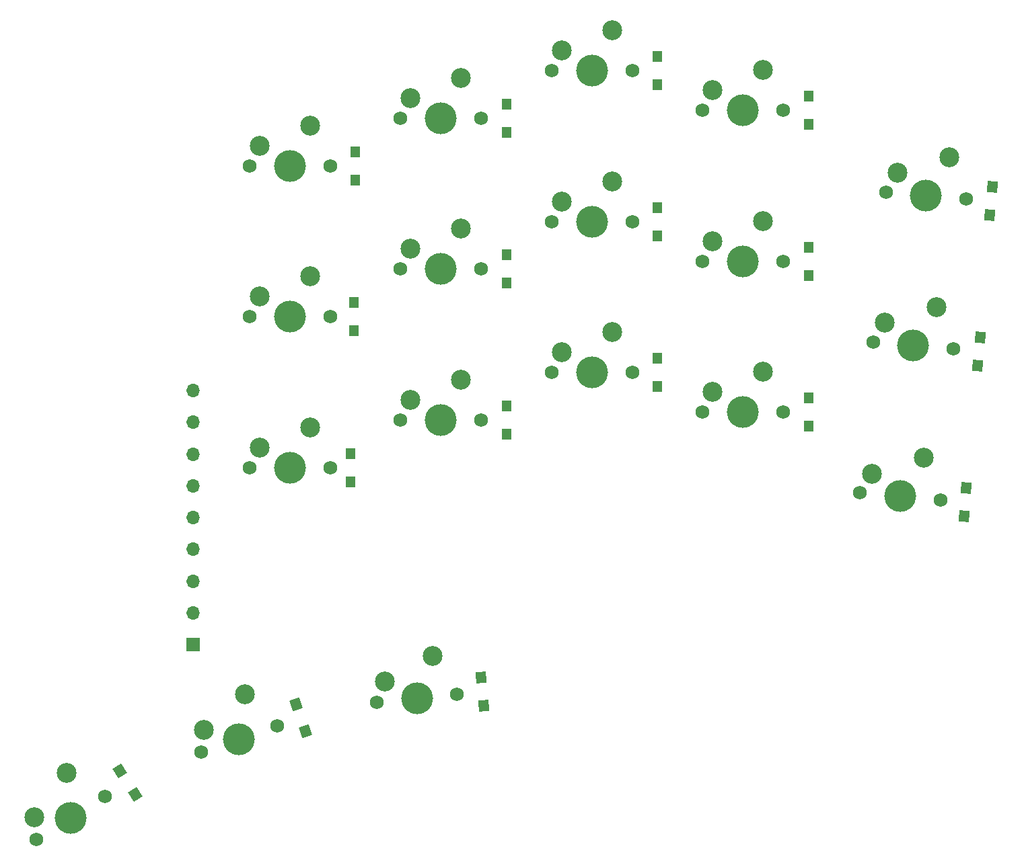
<source format=gbr>
%TF.GenerationSoftware,KiCad,Pcbnew,7.0.7*%
%TF.CreationDate,2023-11-23T18:27:24-07:00*%
%TF.ProjectId,TypeStationX - Right,54797065-5374-4617-9469-6f6e58202d20,rev?*%
%TF.SameCoordinates,Original*%
%TF.FileFunction,Soldermask,Bot*%
%TF.FilePolarity,Negative*%
%FSLAX46Y46*%
G04 Gerber Fmt 4.6, Leading zero omitted, Abs format (unit mm)*
G04 Created by KiCad (PCBNEW 7.0.7) date 2023-11-23 18:27:24*
%MOMM*%
%LPD*%
G01*
G04 APERTURE LIST*
G04 Aperture macros list*
%AMRotRect*
0 Rectangle, with rotation*
0 The origin of the aperture is its center*
0 $1 length*
0 $2 width*
0 $3 Rotation angle, in degrees counterclockwise*
0 Add horizontal line*
21,1,$1,$2,0,0,$3*%
G04 Aperture macros list end*
%ADD10C,1.750000*%
%ADD11C,4.000000*%
%ADD12C,2.500000*%
%ADD13R,1.300000X1.400000*%
%ADD14RotRect,1.400000X1.300000X276.000000*%
%ADD15RotRect,1.400000X1.300000X265.000000*%
%ADD16RotRect,1.400000X1.300000X289.000000*%
%ADD17R,1.700000X1.700000*%
%ADD18O,1.700000X1.700000*%
%ADD19RotRect,1.400000X1.300000X302.000000*%
G04 APERTURE END LIST*
D10*
%TO.C,S31*%
X245375964Y-94699079D03*
D11*
X250455964Y-94699079D03*
D10*
X255535964Y-94699079D03*
D12*
X246645964Y-92159079D03*
X252995964Y-89619079D03*
%TD*%
D10*
%TO.C,S22*%
X207375964Y-57699079D03*
D11*
X212455964Y-57699079D03*
D10*
X217535964Y-57699079D03*
D12*
X208645964Y-55159079D03*
X214995964Y-52619079D03*
%TD*%
D10*
%TO.C,S25*%
X226375964Y-51699079D03*
D11*
X231455964Y-51699079D03*
D10*
X236535964Y-51699079D03*
D12*
X227645964Y-49159079D03*
X233995964Y-46619079D03*
%TD*%
D10*
%TO.C,S28*%
X161571771Y-148533594D03*
D11*
X165879855Y-145841604D03*
D10*
X170187939Y-143149614D03*
D12*
X161302797Y-145706554D03*
X165341907Y-140187525D03*
%TD*%
D10*
%TO.C,S34*%
X266839453Y-85871322D03*
D11*
X271900122Y-86314073D03*
D10*
X276960791Y-86756824D03*
D12*
X268325996Y-83451675D03*
X274873208Y-81474780D03*
%TD*%
D10*
%TO.C,S23*%
X207375964Y-76699079D03*
D11*
X212455964Y-76699079D03*
D10*
X217535964Y-76699079D03*
D12*
X208645964Y-74159079D03*
X214995964Y-71619079D03*
%TD*%
D10*
%TO.C,S30*%
X245375964Y-75699079D03*
D11*
X250455964Y-75699079D03*
D10*
X255535964Y-75699079D03*
D12*
X246645964Y-73159079D03*
X252995964Y-70619079D03*
%TD*%
D10*
%TO.C,S19*%
X188375962Y-63699079D03*
D11*
X193455962Y-63699079D03*
D10*
X198535962Y-63699079D03*
D12*
X189645962Y-61159079D03*
X195995962Y-58619079D03*
%TD*%
D10*
%TO.C,S26*%
X226375964Y-70699079D03*
D11*
X231455964Y-70699079D03*
D10*
X236535964Y-70699079D03*
D12*
X227645964Y-68159079D03*
X233995964Y-65619079D03*
%TD*%
D10*
%TO.C,S21*%
X188375962Y-101699079D03*
D11*
X193455962Y-101699079D03*
D10*
X198535962Y-101699079D03*
D12*
X189645962Y-99159079D03*
X195995962Y-96619079D03*
%TD*%
D10*
%TO.C,S32*%
X182260109Y-137557880D03*
D11*
X187063343Y-135903994D03*
D10*
X191866577Y-134250108D03*
D12*
X182633974Y-134742791D03*
X187811074Y-130273817D03*
%TD*%
D10*
%TO.C,S27*%
X226375964Y-89699079D03*
D11*
X231455964Y-89699079D03*
D10*
X236535964Y-89699079D03*
D12*
X227645964Y-87159079D03*
X233995964Y-84619079D03*
%TD*%
D10*
%TO.C,S35*%
X265191437Y-104868741D03*
D11*
X270252106Y-105311492D03*
D10*
X275312775Y-105754243D03*
D12*
X266677980Y-102449094D03*
X273225192Y-100472199D03*
%TD*%
D10*
%TO.C,S20*%
X188375962Y-82699079D03*
D11*
X193455962Y-82699079D03*
D10*
X198535962Y-82699079D03*
D12*
X189645962Y-80159079D03*
X195995962Y-77619079D03*
%TD*%
D10*
%TO.C,S29*%
X245375964Y-56699079D03*
D11*
X250455964Y-56699079D03*
D10*
X255535964Y-56699079D03*
D12*
X246645964Y-54159079D03*
X252995964Y-51619079D03*
%TD*%
D10*
%TO.C,S33*%
X268448678Y-66965221D03*
D11*
X273509347Y-67407972D03*
D10*
X278570016Y-67850723D03*
D12*
X269935221Y-64545574D03*
X276482433Y-62568679D03*
%TD*%
D10*
%TO.C,S36*%
X204408860Y-131279606D03*
D11*
X209461031Y-130748601D03*
D10*
X214513202Y-130217596D03*
D12*
X205406400Y-128620769D03*
X211456112Y-125430927D03*
%TD*%
D10*
%TO.C,S24*%
X207375964Y-95699079D03*
D11*
X212455964Y-95699079D03*
D10*
X217535964Y-95699079D03*
D12*
X208645964Y-93159079D03*
X214995964Y-90619079D03*
%TD*%
D13*
%TO.C,D19*%
X201723227Y-65474079D03*
X201723227Y-61924079D03*
%TD*%
%TO.C,D23*%
X220723227Y-97474079D03*
X220723227Y-93924079D03*
%TD*%
%TO.C,D28*%
X258723227Y-58470448D03*
X258723227Y-54920448D03*
%TD*%
%TO.C,D20*%
X201523227Y-84474079D03*
X201523227Y-80924079D03*
%TD*%
%TO.C,D29*%
X258723227Y-77470448D03*
X258723227Y-73920448D03*
%TD*%
%TO.C,D36*%
X201123227Y-103474079D03*
X201123227Y-99924079D03*
%TD*%
D14*
%TO.C,D35*%
X217864499Y-131650138D03*
X217493423Y-128119586D03*
%TD*%
D15*
%TO.C,D34*%
X278296454Y-107797061D03*
X278605856Y-104260569D03*
%TD*%
%TO.C,D32*%
X281538133Y-69892180D03*
X281847535Y-66355688D03*
%TD*%
D16*
%TO.C,D31*%
X195385634Y-134915676D03*
X194229868Y-131559086D03*
%TD*%
D13*
%TO.C,D22*%
X220723227Y-78470448D03*
X220723227Y-74920448D03*
%TD*%
D15*
%TO.C,D33*%
X280045454Y-88808478D03*
X280354856Y-85271986D03*
%TD*%
D13*
%TO.C,D21*%
X220723227Y-59474079D03*
X220723227Y-55924079D03*
%TD*%
D17*
%TO.C,J2*%
X181275976Y-124000000D03*
D18*
X181275976Y-120000000D03*
X181275976Y-116000000D03*
X181275976Y-112000000D03*
X181275976Y-108000000D03*
X181275976Y-104000000D03*
X181275976Y-100000000D03*
X181275976Y-96000000D03*
X181275976Y-92000000D03*
%TD*%
D13*
%TO.C,D25*%
X239723227Y-72474079D03*
X239723227Y-68924079D03*
%TD*%
D19*
%TO.C,D27*%
X173963763Y-142883259D03*
X172082549Y-139872689D03*
%TD*%
D13*
%TO.C,D24*%
X239723227Y-53474079D03*
X239723227Y-49924079D03*
%TD*%
%TO.C,D26*%
X239723227Y-91474079D03*
X239723227Y-87924079D03*
%TD*%
%TO.C,D30*%
X258723227Y-96474079D03*
X258723227Y-92924079D03*
%TD*%
M02*

</source>
